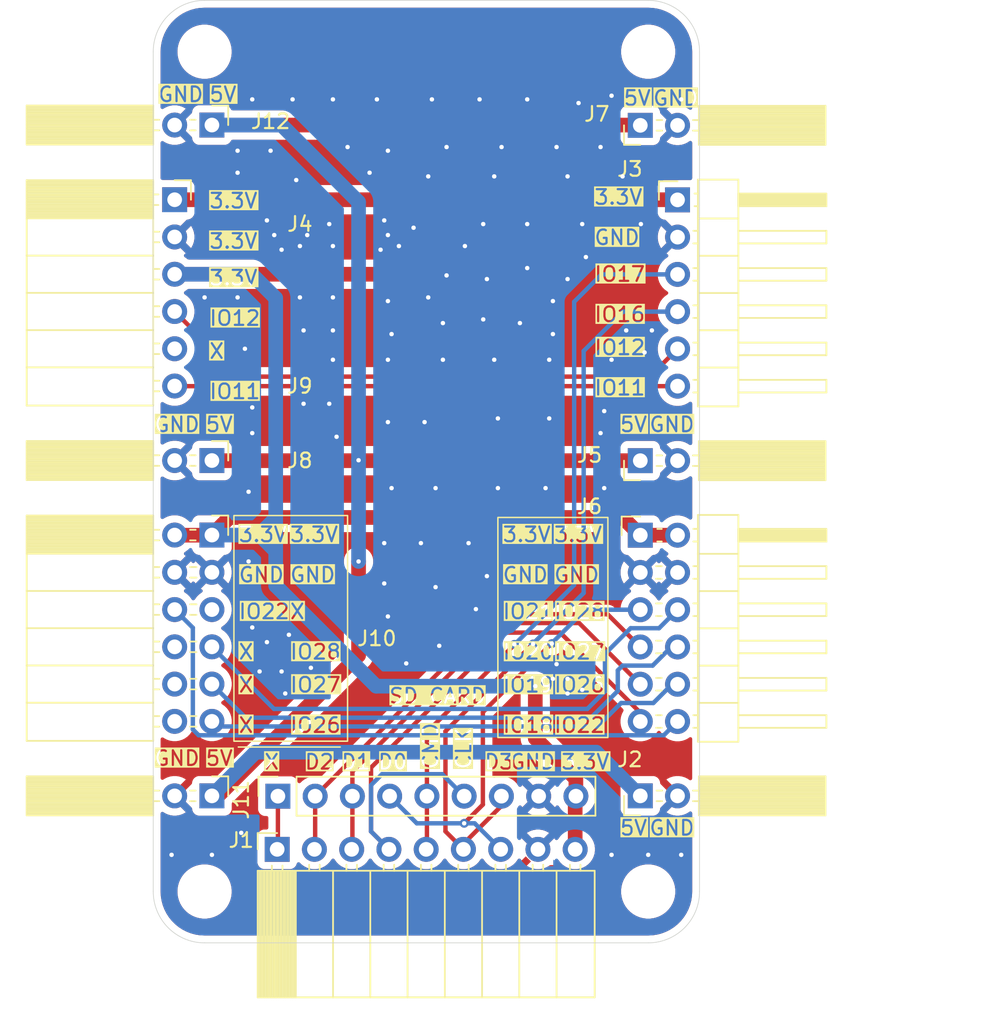
<source format=kicad_pcb>
(kicad_pcb (version 20241229) (generator "pcbnew") (generator_version "9.0")
  (layers (0 "F.Cu" signal) (2 "B.Cu" signal) (13 "F.Paste" user) (15 "B.Paste" user) (5 "F.SilkS" user "F.Silkscreen") (7 "B.SilkS" user "B.Silkscreen") (1 "F.Mask" user) (3 "B.Mask" user) (25 "Edge.Cuts" user))
  (net 0 "")
  (net 1 "unconnected-(J1-Pin_1-Pad1)")
  (net 3 "GND")
  (net 5 "+5V")
  (net 6 "GPIO16")
  (net 7 "GPIO11")
  (net 8 "+3.3V")
  (net 9 "GPIO17")
  (net 10 "GPIO12")
  (net 11 "GPIO22")
  (net 12 "GPIO18")
  (net 13 "GPIO26")
  (net 14 "GPIO27")
  (net 15 "GPIO28")
  (net 16 "GPIO19")
  (net 17 "GPIO20")
  (net 18 "GPIO21")
  (footprint "Connector_PinSocket_2.54mm:PinSocket_2x01_P2.54mm_Horizontal" (layer "F.Cu") (at 157.21 89.88 180)
    (property "Reference" "J5" (at 3.46 0.38 0) (layer "F.SilkS"))
    (property "Value" "Conn_01x02_Socket")
    (pad "1" thru_hole rect (at 0 0 180) (size 1.7 1.7) (drill 1) (layers "*.Cu" "*.Mask") (net 5 "+5V"))
    (pad "2" thru_hole circle (at -2.54 0 180) (size 1.7 1.7) (drill 1) (layers "*.Cu" "*.Mask") (net 3 "GND"))
  )
  (footprint "Connector_PinSocket_2.54mm:PinSocket_1x09_P2.54mm_Vertical" (layer "F.Cu") (at 132.5 112.75 90)
    (property "Reference" "J11" (at -0.25 -2.5 270) (layer "F.SilkS"))
    (property "Value" "Conn_01x09_Socket")
    (pad "1" thru_hole rect (at 0 0 90) (size 1.7 1.7) (drill 1) (layers "*.Cu" "*.Mask") (net 1 "unconnected-(J1-Pin_1-Pad1)"))
    (pad "2" thru_hole circle (at 0 2.54 90) (size 1.7 1.7) (drill 1) (layers "*.Cu" "*.Mask") (net 17 "GPIO20"))
    (pad "3" thru_hole circle (at 0 5.079999 90) (size 1.7 1.7) (drill 1) (layers "*.Cu" "*.Mask") (net 16 "GPIO19"))
    (pad "4" thru_hole circle (at 0 7.62 90) (size 1.7 1.7) (drill 1) (layers "*.Cu" "*.Mask") (net 18 "GPIO21"))
    (pad "5" thru_hole circle (at 0 10.16 90) (size 1.7 1.7) (drill 1) (layers "*.Cu" "*.Mask") (net 9 "GPIO17"))
    (pad "6" thru_hole circle (at 0 12.7 90) (size 1.7 1.7) (drill 1) (layers "*.Cu" "*.Mask") (net 12 "GPIO18"))
    (pad "7" thru_hole circle (at 0 15.24 90) (size 1.7 1.7) (drill 1) (layers "*.Cu" "*.Mask") (net 6 "GPIO16"))
    (pad "8" thru_hole circle (at 0 17.780001 90) (size 1.7 1.7) (drill 1) (layers "*.Cu" "*.Mask") (net 3 "GND"))
    (pad "9" thru_hole circle (at 0 20.32 90) (size 1.7 1.7) (drill 1) (layers "*.Cu" "*.Mask") (net 8 "+3.3V"))
  )
  (footprint "MountingHole:MountingHole_3.2mm_M3" (layer "F.Cu") (at 157.75 62)
    (property "Reference" "REF**" (hide yes))
    (property "Value" "MountingHole_3.2mm_M3" (hide yes))
    (pad "" np_thru_hole circle (at 0 0) (size 3.2 3.2) (drill 3.2) (layers "*.Cu" "*.Mask"))
  )
  (footprint "Connector_PinSocket_2.54mm:PinSocket_1x09_P2.54mm_Horizontal" (layer "F.Cu") (at 132.45 116.375 90)
    (property "Reference" "J1" (at 0.625 -2.45 180) (layer "F.SilkS"))
    (property "Value" "Conn_01x09_Socket")
    (pad "1" thru_hole rect (at 0 0 90) (size 1.7 1.7) (drill 1) (layers "*.Cu" "*.Mask") (net 1 "unconnected-(J1-Pin_1-Pad1)"))
    (pad "2" thru_hole circle (at 0 2.54 90) (size 1.7 1.7) (drill 1) (layers "*.Cu" "*.Mask") (net 17 "GPIO20"))
    (pad "3" thru_hole circle (at 0 5.079999 90) (size 1.7 1.7) (drill 1) (layers "*.Cu" "*.Mask") (net 16 "GPIO19"))
    (pad "4" thru_hole circle (at 0 7.62 90) (size 1.7 1.7) (drill 1) (layers "*.Cu" "*.Mask") (net 12 "GPIO18"))
    (pad "5" thru_hole circle (at 0 10.16 90) (size 1.7 1.7) (drill 1) (layers "*.Cu" "*.Mask") (net 9 "GPIO17"))
    (pad "6" thru_hole circle (at 0 12.7 90) (size 1.7 1.7) (drill 1) (layers "*.Cu" "*.Mask") (net 6 "GPIO16"))
    (pad "7" thru_hole circle (at 0 15.24 90) (size 1.7 1.7) (drill 1) (layers "*.Cu" "*.Mask") (net 18 "GPIO21"))
    (pad "8" thru_hole circle (at 0 17.780001 90) (size 1.7 1.7) (drill 1) (layers "*.Cu" "*.Mask") (net 3 "GND"))
    (pad "9" thru_hole circle (at 0 20.32 90) (size 1.7 1.7) (drill 1) (layers "*.Cu" "*.Mask") (net 8 "+3.3V"))
  )
  (footprint "Connector_PinSocket_2.54mm:PinSocket_2x01_P2.54mm_Horizontal" (layer "F.Cu") (at 128 112.73)
    (property "Reference" "J10" (at 11.25 -10.73 0) (layer "F.SilkS"))
    (property "Value" "Conn_01x02_Socket")
    (pad "1" thru_hole rect (at 0 0) (size 1.7 1.7) (drill 1) (layers "*.Cu" "*.Mask") (net 5 "+5V"))
    (pad "2" thru_hole circle (at -2.54 0) (size 1.7 1.7) (drill 1) (layers "*.Cu" "*.Mask") (net 3 "GND"))
  )
  (footprint "Connector_PinSocket_2.54mm:PinSocket_1x06_P2.54mm_Horizontal" (layer "F.Cu") (at 125.46 72.09)
    (property "Reference" "J4" (at 8.54 1.66 0) (layer "F.SilkS"))
    (property "Value" "Conn_01x06_Socket")
    (pad "1" thru_hole rect (at 0 0) (size 1.7 1.7) (drill 1) (layers "*.Cu" "*.Mask") (net 8 "+3.3V"))
    (pad "2" thru_hole circle (at 0 2.54) (size 1.7 1.7) (drill 1) (layers "*.Cu" "*.Mask") (net 3 "GND"))
    (pad "3" thru_hole circle (at 0 5.079999) (size 1.7 1.7) (drill 1) (layers "*.Cu" "*.Mask") (net 8 "+3.3V"))
    (pad "4" thru_hole circle (at 0 7.62) (size 1.7 1.7) (drill 1) (layers "*.Cu" "*.Mask") (net 10 "GPIO12"))
    (pad "5" thru_hole circle (at 0 10.16) (size 1.7 1.7) (drill 1) (layers "*.Cu" "*.Mask"))
    (pad "6" thru_hole circle (at 0 12.7) (size 1.7 1.7) (drill 1) (layers "*.Cu" "*.Mask") (net 7 "GPIO11"))
  )
  (footprint "MountingHole:MountingHole_3.2mm_M3" (layer "F.Cu") (at 127.5 62)
    (property "Reference" "REF**" (hide yes))
    (property "Value" "MountingHole_3.2mm_M3" (hide yes))
    (pad "" np_thru_hole circle (at 0 0) (size 3.2 3.2) (drill 3.2) (layers "*.Cu" "*.Mask"))
  )
  (footprint "MountingHole:MountingHole_3.2mm_M3" (layer "F.Cu") (at 157.75 119.25)
    (property "Reference" "REF**" (hide yes))
    (property "Value" "MountingHole_3.2mm_M3" (hide yes))
    (pad "" np_thru_hole circle (at 0 0) (size 3.2 3.2) (drill 3.2) (layers "*.Cu" "*.Mask"))
  )
  (footprint "Connector_PinSocket_2.54mm:PinSocket_2x01_P2.54mm_Horizontal" (layer "F.Cu") (at 157.21 67.02 180)
    (property "Reference" "J7" (at 2.96 0.77 0) (layer "F.SilkS"))
    (property "Value" "Conn_01x02_Socket")
    (pad "1" thru_hole rect (at 0 0 180) (size 1.7 1.7) (drill 1) (layers "*.Cu" "*.Mask") (net 5 "+5V"))
    (pad "2" thru_hole circle (at -2.54 0 180) (size 1.7 1.7) (drill 1) (layers "*.Cu" "*.Mask") (net 3 "GND"))
  )
  (footprint "Connector_PinHeader_2.54mm:PinHeader_1x06_P2.54mm_Horizontal" (layer "F.Cu") (at 159.75 72.1)
    (property "Reference" "J3" (at -3.25 -2.1 0) (layer "F.SilkS"))
    (property "Value" "Conn_01x06_Pin")
    (pad "1" thru_hole rect (at 0 0) (size 1.7 1.7) (drill 1) (layers "*.Cu" "*.Mask") (net 8 "+3.3V"))
    (pad "2" thru_hole circle (at 0 2.54) (size 1.7 1.7) (drill 1) (layers "*.Cu" "*.Mask") (net 3 "GND"))
    (pad "3" thru_hole circle (at 0 5.079999) (size 1.7 1.7) (drill 1) (layers "*.Cu" "*.Mask") (net 9 "GPIO17"))
    (pad "4" thru_hole circle (at 0 7.62) (size 1.7 1.7) (drill 1) (layers "*.Cu" "*.Mask") (net 6 "GPIO16"))
    (pad "5" thru_hole circle (at 0 10.16) (size 1.7 1.7) (drill 1) (layers "*.Cu" "*.Mask") (net 10 "GPIO12"))
    (pad "6" thru_hole circle (at 0 12.7) (size 1.7 1.7) (drill 1) (layers "*.Cu" "*.Mask") (net 7 "GPIO11"))
  )
  (footprint "Connector_PinSocket_2.54mm:PinSocket_2x01_P2.54mm_Horizontal" (layer "F.Cu") (at 128 89.87)
    (property "Reference" "J9" (at 6 -5.08 0) (layer "F.SilkS"))
    (property "Value" "Conn_01x02_Socket")
    (pad "1" thru_hole rect (at 0 0) (size 1.7 1.7) (drill 1) (layers "*.Cu" "*.Mask") (net 5 "+5V"))
    (pad "2" thru_hole circle (at -2.54 0) (size 1.7 1.7) (drill 1) (layers "*.Cu" "*.Mask") (net 3 "GND"))
  )
  (footprint "Connector_PinSocket_2.54mm:PinSocket_2x01_P2.54mm_Horizontal" (layer "F.Cu") (at 128 67)
    (property "Reference" "J12" (at 4 -0.25 0) (layer "F.SilkS"))
    (property "Value" "Conn_01x02_Socket")
    (pad "1" thru_hole rect (at 0 0) (size 1.7 1.7) (drill 1) (layers "*.Cu" "*.Mask") (net 5 "+5V"))
    (pad "2" thru_hole circle (at -2.54 0) (size 1.7 1.7) (drill 1) (layers "*.Cu" "*.Mask") (net 3 "GND"))
  )
  (footprint "Connector_PinHeader_2.54mm:PinHeader_2x06_P2.54mm_Horizontal" (layer "F.Cu") (at 157.21 94.960001)
    (property "Reference" "J6" (at -3.46 -1.960001 0) (layer "F.SilkS"))
    (property "Value" "Conn_02x06_Odd_Even")
    (pad "1" thru_hole rect (at 0 0) (size 1.7 1.7) (drill 1) (layers "*.Cu" "*.Mask") (net 8 "+3.3V"))
    (pad "2" thru_hole circle (at 2.54 0) (size 1.7 1.7) (drill 1) (layers "*.Cu" "*.Mask") (net 8 "+3.3V"))
    (pad "3" thru_hole circle (at 0 2.54) (size 1.7 1.7) (drill 1) (layers "*.Cu" "*.Mask") (net 3 "GND"))
    (pad "4" thru_hole circle (at 2.54 2.54) (size 1.7 1.7) (drill 1) (layers "*.Cu" "*.Mask") (net 3 "GND"))
    (pad "5" thru_hole circle (at 0 5.079999) (size 1.7 1.7) (drill 1) (layers "*.Cu" "*.Mask") (net 18 "GPIO21"))
    (pad "6" thru_hole circle (at 2.54 5.08) (size 1.7 1.7) (drill 1) (layers "*.Cu" "*.Mask") (net 15 "GPIO28"))
    (pad "7" thru_hole circle (at 0 7.62) (size 1.7 1.7) (drill 1) (layers "*.Cu" "*.Mask") (net 17 "GPIO20"))
    (pad "8" thru_hole circle (at 2.54 7.62) (size 1.7 1.7) (drill 1) (layers "*.Cu" "*.Mask") (net 14 "GPIO27"))
    (pad "9" thru_hole circle (at 0 10.16) (size 1.7 1.7) (drill 1) (layers "*.Cu" "*.Mask") (net 16 "GPIO19"))
    (pad "10" thru_hole circle (at 2.54 10.16) (size 1.7 1.7) (drill 1) (layers "*.Cu" "*.Mask") (net 13 "GPIO26"))
    (pad "11" thru_hole circle (at 0 12.7) (size 1.7 1.7) (drill 1) (layers "*.Cu" "*.Mask") (net 12 "GPIO18"))
    (pad "12" thru_hole circle (at 2.54 12.7) (size 1.7 1.7) (drill 1) (layers "*.Cu" "*.Mask") (net 11 "GPIO22"))
  )
  (footprint "Connector_PinSocket_2.54mm:PinSocket_2x01_P2.54mm_Horizontal" (layer "F.Cu") (at 157.21 112.73 180)
    (property "Reference" "J2" (at 0.71 2.48 0) (layer "F.SilkS"))
    (property "Value" "Conn_01x02_Socket")
    (pad "1" thru_hole rect (at 0 0 180) (size 1.7 1.7) (drill 1) (layers "*.Cu" "*.Mask") (net 5 "+5V"))
    (pad "2" thru_hole circle (at -2.54 0 180) (size 1.7 1.7) (drill 1) (layers "*.Cu" "*.Mask") (net 3 "GND"))
  )
  (footprint "MountingHole:MountingHole_3.2mm_M3" (layer "F.Cu") (at 127.5 119.25)
    (property "Reference" "REF**" (hide yes))
    (property "Value" "MountingHole_3.2mm_M3" (hide yes))
    (pad "" np_thru_hole circle (at 0 0) (size 3.2 3.2) (drill 3.2) (layers "*.Cu" "*.Mask"))
  )
  (footprint "Connector_PinSocket_2.54mm:PinSocket_2x06_P2.54mm_Horizontal" (layer "F.Cu") (at 128 94.95)
    (property "Reference" "J8" (at 6 -5.08 0) (layer "F.SilkS"))
    (property "Value" "Conn_02x06_Odd_Even")
    (pad "1" thru_hole rect (at 0 0) (size 1.7 1.7) (drill 1) (layers "*.Cu" "*.Mask") (net 8 "+3.3V"))
    (pad "2" thru_hole circle (at -2.54 0) (size 1.7 1.7) (drill 1) (layers "*.Cu" "*.Mask") (net 8 "+3.3V"))
    (pad "3" thru_hole circle (at 0 2.54) (size 1.7 1.7) (drill 1) (layers "*.Cu" "*.Mask") (net 3 "GND"))
    (pad "4" thru_hole circle (at -2.54 2.54) (size 1.7 1.7) (drill 1) (layers "*.Cu" "*.Mask") (net 3 "GND"))
    (pad "5" thru_hole circle (at 0 5.08) (size 1.7 1.7) (drill 1) (layers "*.Cu" "*.Mask"))
    (pad "6" thru_hole circle (at -2.54 5.08) (size 1.7 1.7) (drill 1) (layers "*.Cu" "*.Mask") (net 11 "GPIO22"))
    (pad "7" thru_hole circle (at 0 7.62) (size 1.7 1.7) (drill 1) (layers "*.Cu" "*.Mask") (net 15 "GPIO28"))
    (pad "8" thru_hole circle (at -2.54 7.62) (size 1.7 1.7) (drill 1) (layers "*.Cu" "*.Mask"))
    (pad "9" thru_hole circle (at 0 10.16) (size 1.7 1.7) (drill 1) (layers "*.Cu" "*.Mask") (net 14 "GPIO27"))
    (pad "10" thru_hole circle (at -2.54 10.16) (size 1.7 1.7) (drill 1) (layers "*.Cu" "*.Mask"))
    (pad "11" thru_hole circle (at 0 12.7) (size 1.7 1.7) (drill 1) (layers "*.Cu" "*.Mask") (net 13 "GPIO26"))
    (pad "12" thru_hole circle (at -2.54 12.7) (size 1.7 1.7) (drill 1) (layers "*.Cu" "*.Mask"))
  )
  (gr_rect (start 129.5 93.62) (end 137.25 109) (stroke (width 0.1)) (fill no) (layer "F.SilkS"))
  (gr_rect (start 147.5 93.75) (end 155 108.75) (stroke (width 0.1)) (fill no) (layer "F.SilkS"))
  (gr_line (start 129.8 109.4) (end 136.75 109.4) (stroke (width 0.1)) (layer "F.SilkS"))
  (gr_line (start 161.25 62) (end 161.25 119.25) (stroke (width 0.05)) (layer "Edge.Cuts"))
  (gr_arc (start 157.75 58.5) (mid 160.224874 59.525126) (end 161.25 62) (stroke (width 0.05)) (layer "Edge.Cuts"))
  (gr_line (start 127.5 58.5) (end 157.75 58.5) (stroke (width 0.05)) (layer "Edge.Cuts"))
  (gr_arc (start 127.5 122.75) (mid 125.025126 121.724874) (end 124 119.25) (stroke (width 0.05)) (layer "Edge.Cuts"))
  (gr_arc (start 124 62) (mid 125.025126 59.525126) (end 127.5 58.5) (stroke (width 0.05)) (layer "Edge.Cuts"))
  (gr_line (start 157.75 122.75) (end 127.5 122.75) (stroke (width 0.05)) (layer "Edge.Cuts"))
  (gr_line (start 124 119.25) (end 124 62) (stroke (width 0.05)) (layer "Edge.Cuts"))
  (gr_arc (start 161.25 119.25) (mid 160.224874 121.724874) (end 157.75 122.75) (stroke (width 0.05)) (layer "Edge.Cuts"))
  (gr_text "3.3V" (at 133.25 95.5 0) (layer "F.SilkS" knockout) (effects (font (size 1 1)) (justify left bottom)))
  (gr_text "IO19" (at 147.75 105.75 0) (layer "F.SilkS" knockout) (effects (font (size 1 1)) (justify left bottom)))
  (gr_text "CLK" (at 145.75 111 90) (layer "F.SilkS" knockout) (effects (font (size 1 1)) (justify left bottom)))
  (gr_text "GND" (at 124.25 65.5 0) (layer "F.SilkS" knockout) (effects (font (size 1 1)) (justify left bottom)))
  (gr_text "GND" (at 129.75 98.25 0) (layer "F.SilkS" knockout) (effects (font (size 1 1)) (justify left bottom)))
  (gr_text "IO12" (at 127.75 80.75 0) (layer "F.SilkS" knockout) (effects (font (size 1 1)) (justify left bottom)))
  (gr_text "3.3V" (at 127.75 72.75 0) (layer "F.SilkS" knockout) (effects (font (size 1 1)) (justify left bottom)))
  (gr_text "GND" (at 124 88 0) (layer "F.SilkS" knockout) (effects (font (size 1 1)) (justify left bottom)))
  (gr_text "D2" (at 134.25 111 0) (layer "F.SilkS" knockout) (effects (font (size 1 1)) (justify left bottom)))
  (gr_text "IO22" (at 129.75 100.75 0) (layer "F.SilkS" knockout) (effects (font (size 1 1)) (justify left bottom)))
  (gr_text "IO28" (at 151.25 100.75 0) (layer "F.SilkS" knockout) (effects (font (size 1 1)) (justify left bottom)))
  (gr_text "IO21" (at 147.75 100.75 0) (layer "F.SilkS" knockout) (effects (font (size 1 1)) (justify left bottom)))
  (gr_text "IO26" (at 151.25 105.75 0) (layer "F.SilkS" knockout) (effects (font (size 1 1)) (justify left bottom)))
  (gr_text "D3" (at 146.5 111 0) (layer "F.SilkS" knockout) (effects (font (size 1 1)) (justify left bottom)))
  (gr_text "IO11" (at 154 85.5 0) (layer "F.SilkS" knockout) (effects (font (size 1 1)) (justify left bottom)))
  (gr_text "5V" (at 127.5 110.75 0) (layer "F.SilkS" knockout) (effects (font (size 1 1)) (justify left bottom)))
  (gr_text "X" (at 129.75 105.75 0) (layer "F.SilkS" knockout) (effects (font (size 1 1)) (justify left bottom)))
  (gr_text "CMD" (at 143.5 111 90) (layer "F.SilkS" knockout) (effects (font (size 1 1)) (justify left bottom)))
  (gr_text "X" (at 131.5 111 0) (layer "F.SilkS" knockout) (effects (font (size 1 1)) (justify left bottom)))
  (gr_text "IO11" (at 127.75 85.75 0) (layer "F.SilkS" knockout) (effects (font (size 1 1)) (justify left bottom)))
  (gr_text "GND" (at 124 110.75 0) (layer "F.SilkS" knockout) (effects (font (size 1 1)) (justify left bottom)))
  (gr_text "3.3V" (at 127.75 75.5 0) (layer "F.SilkS" knockout) (effects (font (size 1 1)) (justify left bottom)))
  (gr_text "3.3V" (at 154 72.5 0) (layer "F.SilkS" knockout) (effects (font (size 1 1)) (justify left bottom)))
  (gr_text "5V" (at 155.75 88 0) (layer "F.SilkS" knockout) (effects (font (size 1 1)) (justify left bottom)))
  (gr_text "GND" (at 158 65.75 0) (layer "F.SilkS" knockout) (effects (font (size 1 1)) (justify left bottom)))
  (gr_text "GND" (at 151.25 98.25 0) (layer "F.SilkS" knockout) (effects (font (size 1 1)) (justify left bottom)))
  (gr_text "D1" (at 136.75 111 0) (layer "F.SilkS" knockout) (effects (font (size 1 1)) (justify left bottom)))
  (gr_text "3.3V" (at 151.25 95.5 0) (layer "F.SilkS" knockout) (effects (font (size 1 1)) (justify left bottom)))
  (gr_text "GND" (at 133.25 98.25 0) (layer "F.SilkS" knockout) (effects (font (size 1 1)) (justify left bottom)))
  (gr_text "IO26" (at 133.25 108.5 0) (layer "F.SilkS" knockout) (effects (font (size 1 1)) (justify left bottom)))
  (gr_text "GND" (at 148.25 111 0) (layer "F.SilkS" knockout) (effects (font (size 1 1)) (justify left bottom)))
  (gr_text "GND" (at 157.75 115.5 0) (layer "F.SilkS" knockout) (effects (font (size 1 1)) (justify left bottom)))
  (gr_text "IO27" (at 133.25 105.75 0) (layer "F.SilkS" knockout) (effects (font (size 1 1)) (justify left bottom)))
  (gr_text "X" (at 133.25 100.75 0) (layer "F.SilkS" knockout) (effects (font (size 1 1)) (justify left bottom)))
  (gr_text "X" (at 129.75 103.5 0) (layer "F.SilkS" knockout) (effects (font (size 1 1)) (justify left bottom)))
  (gr_text "SD CARD" (at 140 106.5 0) (layer "F.SilkS" knockout) (effects (font (size 1 1)) (justify left bottom)))
  (gr_text "5V" (at 156 65.75 0) (layer "F.SilkS" knockout) (effects (font (size 1 1)) (justify left bottom)))
  (gr_text "IO22" (at 151.25 108.5 0) (layer "F.SilkS" knockout) (effects (font (size 1 1)) (justify left bottom)))
  (gr_text "X" (at 129.75 108.5 0) (layer "F.SilkS" knockout) (effects (font (size 1 1)) (justify left bottom)))
  (gr_text "X" (at 127.75 83 0) (layer "F.SilkS" knockout) (effects (font (size 1 1)) (justify left bottom)))
  (gr_text "D0" (at 139.25 111 0) (layer "F.SilkS" knockout) (effects (font (size 1 1)) (justify left bottom)))
  (gr_text "GND" (at 147.75 98.25 0) (layer "F.SilkS" knockout) (effects (font (size 1 1)) (justify left bottom)))
  (gr_text "5V" (at 127.75 65.5 0) (layer "F.SilkS" knockout) (effects (font (size 1 1)) (justify left bottom)))
  (gr_text "IO27" (at 151.25 103.5 0) (layer "F.SilkS" knockout) (effects (font (size 1 1)) (justify left bottom)))
  (gr_text "IO12" (at 154 82.75 0) (layer "F.SilkS" knockout) (effects (font (size 1 1)) (justify left bottom)))
  (gr_text "5V" (at 127.5 88 0) (layer "F.SilkS" knockout) (effects (font (size 1 1)) (justify left bottom)))
  (gr_text "IO17" (at 154 77.75 0) (layer "F.SilkS" knockout) (effects (font (size 1 1)) (justify left bottom)))
  (gr_text "GND" (at 157.75 88 0) (layer "F.SilkS" knockout) (effects (font (size 1 1)) (justify left bottom)))
  (gr_text "IO18" (at 147.75 108.5 0) (layer "F.SilkS" knockout) (effects (font (size 1 1)) (justify left bottom)))
  (gr_text "5V" (at 155.75 115.5 0) (layer "F.SilkS" knockout) (effects (font (size 1 1)) (justify left bottom)))
  (gr_text "3.3V\n" (at 151.75 111 0) (layer "F.SilkS" knockout) (effects (font (size 1 1)) (justify left bottom)))
  (gr_text "GND" (at 154 75.25 0) (layer "F.SilkS" knockout) (effects (font (size 1 1)) (justify left bottom)))
  (gr_text "IO16" (at 154 80.5 0) (layer "F.SilkS" knockout) (effects (font (size 1 1)) (justify left bottom)))
  (gr_text "3.3V" (at 129.75 95.5 0) (layer "F.SilkS" knockout) (effects (font (size 1 1)) (justify left bottom)))
  (gr_text "IO28" (at 133.25 103.5 0) (layer "F.SilkS" knockout) (effects (font (size 1 1)) (justify left bottom)))
  (gr_text "IO20" (at 147.75 103.5 0) (layer "F.SilkS" knockout) (effects (font (size 1 1)) (justify left bottom)))
  (gr_text "3.3V" (at 147.75 95.5 0) (layer "F.SilkS" knockout) (effects (font (size 1 1)) (justify left bottom)))
  (gr_text "3.3V" (at 127.75 78 0) (layer "F.SilkS" knockout) (effects (font (size 1 1)) (justify left bottom)))
  (segment (start 132.5 116.325) (end 132.45 116.375) (width 0.3) (layer "F.Cu") (net 1))
  (segment (start 132.5 112.75) (end 132.5 116.325) (width 0.3) (layer "F.Cu") (net 1))
  (via (at 146.5 73.75) (size 0.6) (drill 0.3) (layers "F.Cu" "B.Cu") (net 3))
  (via (at 128 116.75) (size 0.6) (drill 0.3) (layers "F.Cu" "B.Cu") (net 3))
  (via (at 151.25 81.25) (size 0.6) (drill 0.3) (layers "F.Cu" "B.Cu") (net 3))
  (via (at 145.25 75.25) (size 0.6) (drill 0.3) (layers "F.Cu" "B.Cu") (net 3))
  (via (at 131.25 104.25) (size 0.6) (drill 0.3) (layers "F.Cu" "B.Cu") (net 3))
  (via (at 134 75.25) (size 0.6) (drill 0.3) (layers "F.Cu" "B.Cu") (net 3))
  (via (at 129.75 70.25) (size 0.6) (drill 0.3) (layers "F.Cu" "B.Cu") (net 3))
  (via (at 127.5 78.75) (size 0.6) (drill 0.3) (layers "F.Cu" "B.Cu") (net 3))
  (via (at 143.25 98.5) (size 0.6) (drill 0.3) (layers "F.Cu" "B.Cu") (net 3))
  (via (at 152.25 70.5) (size 0.6) (drill 0.3) (layers "F.Cu" "B.Cu") (net 3))
  (via (at 157.25 73.75) (size 0.6) (drill 0.3) (layers "F.Cu" "B.Cu") (net 3))
  (via (at 151.5 68.5) (size 0.6) (drill 0.3) (layers "F.Cu" "B.Cu") (net 3))
  (via (at 136.25 83) (size 0.6) (drill 0.3) (layers "F.Cu" "B.Cu") (net 3))
  (via (at 132.25 74.5) (size 0.6) (drill 0.3) (layers "F.Cu" "B.Cu") (net 3))
  (via (at 133.25 101.75) (size 0.6) (drill 0.3) (layers "F.Cu" "B.Cu") (net 3))
  (via (at 151.5 103.75) (size 0.6) (drill 0.3) (layers "F.Cu" "B.Cu") (net 3))
  (via (at 149.5 65.25) (size 0.6) (drill 0.3) (layers "F.Cu" "B.Cu") (net 3))
  (via (at 130.5 96.75) (size 0.6) (drill 0.3) (layers "F.Cu" "B.Cu") (net 3))
  (via (at 130.5 92) (size 0.6) (drill 0.3) (layers "F.Cu" "B.Cu") (net 3))
  (via (at 140 74.5) (size 0.6) (drill 0.3) (layers "F.Cu" "B.Cu") (net 3))
  (via (at 149 80.5) (size 0.6) (drill 0.3) (layers "F.Cu" "B.Cu") (net 3))
  (via (at 150.75 91.75) (size 0.6) (drill 0.3) (layers "F.Cu" "B.Cu") (net 3))
  (via (at 157.5 82.5) (size 0.6) (drill 0.3) (layers "F.Cu" "B.Cu") (net 3))
  (via (at 153.5 76) (size 0.6) (drill 0.3) (layers "F.Cu" "B.Cu") (net 3))
  (via (at 154.5 88) (size 0.6) (drill 0.3) (layers "F.Cu" "B.Cu") (net 3))
  (via (at 134.25 81) (size 0.6) (drill 0.3) (layers "F.Cu" "B.Cu") (net 3))
  (via (at 153.25 73.75) (size 0.6) (drill 0.3) (layers "F.Cu" "B.Cu") (net 3))
  (via (at 143 65.25) (size 0.6) (drill 0.3) (layers "F.Cu" "B.Cu") (net 3))
  (via (at 153 65.5) (size 0.6) (drill 0.3) (layers "F.Cu" "B.Cu") (net 3))
  (via (at 130.25 82.25) (size 0.6) (drill 0.3) (layers "F.Cu" "B.Cu") (net 3))
  (via (at 138.75 70.25) (size 0.6) (drill 0.3) (layers "F.Cu" "B.Cu") (net 3))
  (via (at 142.25 95.5) (size 0.6) (drill 0.3) (layers "F.Cu" "B.Cu") (net 3))
  (via (at 149.5 76.75) (size 0.6) (drill 0.3) (layers "F.Cu" "B.Cu") (net 3))
  (via (at 152.25 105.75) (size 0.6) (drill 0.3) (layers "F.Cu" "B.Cu") (net 3))
  (via (at 155.25 116.75) (size 0.6) (drill 0.3) (layers "F.Cu" "B.Cu") (net 3))
  (via (at 157.75 116.75) (size 0.6) (drill 0.3) (layers "F.Cu" "B.Cu") (net 3))
  (via (at 136.25 81) (size 0.6) (drill 0.3) (layers "F.Cu" "B.Cu") (net 3))
  (via (at 155.25 83) (size 0.6) (drill 0.3) (layers "F.Cu" "B.Cu") (net 3))
  (via (at 136.25 65.25) (size 0.6) (drill 0.3) (layers "F.Cu" "B.Cu") (net 3))
  (via (at 146.75 77.5) (size 0.6) (drill 0.3) (layers "F.Cu" "B.Cu") (net 3))
  (via (at 140.75 75.25) (size 0.6) (drill 0.3) (layers "F.Cu" "B.Cu") (net 3))
  (via (at 143.25 91.75) (size 0.6) (drill 0.3) (layers "F.Cu" "B.Cu") (net 3))
  (via (at 133.5 65.25) (size 0.6) (drill 0.3) (layers "F.Cu" "B.Cu") (net 3))
  (via (at 134.75 104) (size 0.6) (drill 0.3) (layers "F.Cu" "B.Cu") (net 3))
  (via (at 152.25 77.5) (size 0.6) (drill 0.3) (layers "F.Cu" "B.Cu") (net 3))
  (via (at 134.25 86) (size 0.6) (drill 0.3) (layers "F.Cu" "B.Cu") (net 3))
  (via (at 129.75 68.75) (size 0.6) (drill 0.3) (layers "F.Cu" "B.Cu") (net 3))
  (via (at 136 86) (size 0.6) (drill 0.3) (layers "F.Cu" "B.Cu") (net 3))
  (via (at 130.75 86.25) (size 0.6) (drill 0.3) (layers "F.Cu" "B.Cu") (net 3))
  (via (at 130.75 65.25) (size 0.6) (drill 0.3) (layers "F.Cu" "B.Cu") (net 3))
  (via (at 151.25 104.75) (size 0.6) (drill 0.3) (layers "F.Cu" "B.Cu") (net 3))
  (via (at 136 73.75) (size 0.6) (drill 0.3) (layers "F.Cu" "B.Cu") (net 3))
  (via (at 145.5 95.5) (size 0.6) (drill 0.3) (layers "F.Cu" "B.Cu") (net 3))
  (via (at 139.75 73.5) (size 0.6) (drill 0.3) (layers "F.Cu" "B.Cu") (net 3))
  (via (at 142.75 70.5) (size 0.6) (drill 0.3) (layers "F.Cu" "B.Cu") (net 3))
  (via (at 131.75 102.25) (size 0.6) (drill 0.3) (layers "F.Cu" "B.Cu") (net 3))
  (via (at 155.25 65) (size 0.6) (drill 0.3) (layers "F.Cu" "B.Cu") (net 3))
  (via (at 131.75 73.5) (size 0.6) (drill 0.3) (layers "F.Cu" "B.Cu") (net 3))
  (via (at 146 100) (size 0.6) (drill 0.3) (layers "F.Cu" "B.Cu") (net 3))
  (via (at 143.5 102.5) (size 0.6) (drill 0.3) (layers "F.Cu" "B.Cu") (net 3))
  (via (at 147.25 70.5) (size 0.6) (drill 0.3) (layers "F.Cu" "B.Cu") (net 3))
  (via (at 132.75 104.25) (size 0.6) (drill 0.3) (layers "F.Cu" "B.Cu") (net 3))
  (via (at 140 79) (size 0.6) (drill 0.3) (layers "F.Cu" "B.Cu") (net 3))
  (via (at 139.75 95.5) (size 0.6) (drill 0.3) (layers "F.Cu" "B.Cu") (net 3))
  (via (at 139.5 75.5) (size 0.6) (drill 0.3) (layers "F.Cu" "B.Cu") (net 3))
  (via (at 137.25 68.5) (size 0.6) (drill 0.3) (layers "F.Cu" "B.Cu") (net 3))
  (via (at 156.25 81) (size 0.6) (drill 0.3) (layers "F.Cu" "B.Cu") (net 3))
  (via (at 130.75 88) (size 0.6) (drill 0.3) (layers "F.Cu" "B.Cu") (net 3))
  (via (at 132.75 75.5) (size 0.6) (drill 0.3) (layers "F.Cu" "B.Cu") (net 3))
  (via (at 140 68.75) (size 0.6) (drill 0.3) (layers "F.Cu" "B.Cu") (net 3))
  (via (at 153.25 105.5) (size 0.6) (drill 0.3) (layers "F.Cu" "B.Cu") (net 3))
  (via (at 139.75 98.25) (size 0.6) (drill 0.3) (layers "F.Cu" "B.Cu") (net 3))
  (via (at 154.75 91.75) (size 0.6) (drill 0.3) (layers "F.Cu" "B.Cu") (net 3))
  (via (at 151.25 79) (size 0.6) (drill 0.3) (layers "F.Cu" "B.Cu") (net 3))
  (via (at 143.75 83) (size 0.6) (drill 0.3) (layers "F.Cu" "B.Cu") (net 3))
  (via (at 154.5 68.5) (size 0.6) (drill 0.3) (layers "F.Cu" "B.Cu") (net 3))
  (via (at 129.75 78.75) (size 0.6) (drill 0.3) (layers "F.Cu" "B.Cu") (net 3))
  (via (at 154.75 86.5) (size 0.6) (drill 0.3) (layers "F.Cu" "B.Cu") (net 3))
  (via (at 134.5 74.5) (size 0.6) (drill 0.3) (layers "F.Cu" "B.Cu") (net 3))
  (via (at 141.75 74) (size 0.6) (drill 0.3) (layers "F.Cu" "B.Cu") (net 3))
  (via (at 151 87) (size 0.6) (drill 0.3) (layers "F.Cu" "B.Cu") (net 3))
  (via (at 146.75 97.75) (size 0.6) (drill 0.3) (layers "F.Cu" "B.Cu") (net 3))
  (via (at 160 116.75) (size 0.6) (drill 0.3) (layers "F.Cu" "B.Cu") (net 3))
  (via (at 140.25 81.25) (size 0.6) (drill 0.3) (layers "F.Cu" "B.Cu") (net 3))
  (via (at 130 115.25) (size 0.6) (drill 0.3) (layers "F.Cu" "B.Cu") (net 3))
  (via (at 140 87.25) (size 0.6) (drill 0.3) (layers "F.Cu" "B.Cu") (net 3))
  (via (at 133.75 70.75) (size 0.6) (drill 0.3) (layers "F.Cu" "B.Cu") (net 3))
  (via (at 141.25 103.7) (size 0.6) (drill 0.3) (layers "F.Cu" "B.Cu") (net 3))
  (via (at 147.5 87) (size 0.6) (drill 0.3) (layers "F.Cu" "B.Cu") (net 3))
  (via (at 136.25 78.75) (size 0.6) (drill 0.3) (layers "F.Cu" "B.Cu") (net 3))
  (via (at 158 81) (size 0.6) (drill 0.3) (layers "F.Cu" "B.Cu") (net 3))
  (via (at 142.5 87.25) (size 0.6) (drill 0.3) (layers "F.Cu" "B.Cu") (net 3))
  (via (at 143.75 80.5) (size 0.6) (drill 0.3) (layers "F.Cu" "B.Cu") (net 3))
  (via (at 140 83) (size 0.6) (drill 0.3) (layers "F.Cu" "B.Cu") (net 3))
  (via (at 142.75 78.75) (size 0.6) (drill 0.3) (layers "F.Cu" "B.Cu") (net 3))
  (via (at 140 100.5) (size 0.6) (drill 0.3) (layers "F.Cu" "B.Cu") (net 3))
  (via (at 140.25 91.75) (size 0.6) (drill 0.3) (layers "F.Cu" "B.Cu") (net 3))
  (via (at 160 65.25) (size 0.6) (drill 0.3) (layers "F.Cu" "B.Cu") (net 3))
  (via (at 133 105.75) (size 0.6) (drill 0.3) (layers "F.Cu" "B.Cu") (net 3))
  (via (at 156 70.5) (size 0.6) (drill 0.3) (layers "F.Cu" "B.Cu") (net 3))
  (via (at 132 68.75) (size 0.6) (drill 0.3) (layers "F.Cu" "B.Cu") (net 3))
  (via (at 136.25 75.25) (size 0.6) (drill 0.3) (layers "F.Cu" "B.Cu") (net 3))
  (via (at 139.25 65.25) (size 0.6) (drill 0.3) (layers "F.Cu" "B.Cu") (net 3))
  (via (at 152.25 104.75) (size 0.6) (drill 0.3) (layers "F.Cu" "B.Cu") (net 3))
  (via (at 151 83) (size 0.6) (drill 0.3) (layers "F.Cu" "B.Cu") (net 3))
  (via (at 144 68.5) (size 0.6) (drill 0.3) (layers "F.Cu" "B.Cu") (net 3))
  (via (at 146.25 65.25) (size 0.6) (drill 0.3) (layers "F.Cu" "B.Cu") (net 3))
  (via (at 125.25 116.75) (size 0.6) (drill 0.3) (layers "F.Cu" "B.Cu") (net 3))
  (via (at 136.5 88.25) (size 0.6) (drill 0.3) (layers "F.Cu" "B.Cu") (net 3))
  (via (at 147.5 91.75) (size 0.6) (drill 0.3) (layers "F.Cu" "B.Cu") (net 3))
  (via (at 147.25 83) (size 0.6) (drill 0.3) (layers "F.Cu" "B.Cu") (net 3))
  (via (at 149.5 73.75) (size 0.6) (drill 0.3) (layers "F.Cu" "B.Cu") (net 3))
  (via (at 134 78.75) (size 0.6) (drill 0.3) (layers "F.Cu" "B.Cu") (net 3))
  (via (at 130.75 101.25) (size 0.6) (drill 0.3) (layers "F.Cu" "B.Cu") (net 3))
  (via (at 146.5 80.25) (size 0.6) (drill 0.3) (layers "F.Cu" "B.Cu") (net 3))
  (via (at 147.75 68.5) (size 0.6) (drill 0.3) (layers "F.Cu" "B.Cu") (net 3))
  (via (at 144 77.25) (size 0.6) (drill 0.3) (layers "F.Cu" "B.Cu") (net 3))
  (segment (start 157.21 89.88) (end 128.01 89.88) (width 1) (layer "F.Cu") (net 5))
  (segment (start 157.19 67) (end 157.21 67.02) (width 0.3) (layer "F.Cu") (net 5))
  (segment (start 128 112.73) (end 128.42 112.73) (width 1) (layer "F.Cu") (net 5))
  (segment (start 128.01 89.88) (end 128 89.87) (width 0.3) (layer "F.Cu") (net 5))
  (segment (start 132.85 108.3) (end 138 103.15) (width 1) (layer "F.Cu") (net 5))
  (segment (start 128.42 112.73) (end 132.85 108.3) (width 1) (layer "F.Cu") (net 5))
  (segment (start 128 67) (end 157.19 67) (width 1) (layer "F.Cu") (net 5))
  (segment (start 138 103.15) (end 138 96.75) (width 1) (layer "F.Cu") (net 5))
  (via (at 138 89.85) (size 0.6) (drill 0.3) (layers "F.Cu" "B.Cu") (net 5))
  (via (at 138 96.75) (size 0.6) (drill 0.3) (layers "F.Cu" "B.Cu") (net 5))
  (segment (start 138 96.75) (end 138 89.85) (width 1) (layer "B.Cu") (net 5))
  (segment (start 138 72.25) (end 132.75 67) (width 1) (layer "B.Cu") (net 5))
  (segment (start 157.21 112.73) (end 157.18 112.73) (width 1) (layer "B.Cu") (net 5))
  (segment (start 157.18 112.73) (end 154.2 109.75) (width 1) (layer "B.Cu") (net 5))
  (segment (start 138 89.85) (end 138 72.25) (width 1) (layer "B.Cu") (net 5))
  (segment (start 130.98 109.75) (end 128 112.73) (width 1) (layer "B.Cu") (net 5))
  (segment (start 132.75 67) (end 128 67) (width 1) (layer "B.Cu") (net 5))
  (segment (start 154.2 109.75) (end 130.98 109.75) (width 1) (layer "B.Cu") (net 5))
  (segment (start 145.15 116.375) (end 145.15 116) (width 0.3) (layer "F.Cu") (net 6))
  (segment (start 149.9 102.375) (end 149.875 102.375) (width 0.3) (layer "F.Cu") (net 6))
  (segment (start 145.2 116.325) (end 145.15 116.375) (width 0.3) (layer "F.Cu") (net 6))
  (segment (start 145.15 116) (end 147.74 113.41) (width 0.3) (layer "F.Cu") (net 6))
  (segment (start 143.925 108.325) (end 143.925 115.15) (width 0.3) (layer "F.Cu") (net 6))
  (segment (start 143.925 115.15) (end 145.15 116.375) (width 0.3) (layer "F.Cu") (net 6))
  (segment (start 149.875 102.375) (end 143.925 108.325) (width 0.3) (layer "F.Cu") (net 6))
  (segment (start 147.74 113.41) (end 147.74 112.75) (width 0.3) (layer "F.Cu") (net 6))
  (via (at 149.9 102.375) (size 0.6) (drill 0.3) (layers "F.Cu" "B.Cu") (net 6))
  (segment (start 153.35 98.9) (end 153.35 82.4) (width 0.3) (layer "B.Cu") (net 6))
  (segment (start 149.9 102.35) (end 153.35 98.9) (width 0.3) (layer "B.Cu") (net 6))
  (segment (start 156.03 79.72) (end 159.75 79.72) (width 0.3) (layer "B.Cu") (net 6))
  (segment (start 153.35 82.4) (end 156.03 79.72) (width 0.3) (layer "B.Cu") (net 6))
  (segment (start 149.9 102.375) (end 149.9 102.35) (width 0.3) (layer "B.Cu") (net 6))
  (segment (start 159.75 84.8) (end 125.47 84.8) (width 0.3) (layer "F.Cu") (net 7))
  (segment (start 125.47 84.8) (end 125.46 84.79) (width 0.3) (layer "F.Cu") (net 7))
  (segment (start 152.77 112.8) (end 152.82 112.75) (width 0.3) (layer "F.Cu") (net 8))
  (segment (start 145.1 72.09) (end 159.74 72.09) (width 1) (layer "F.Cu") (net 8))
  (segment (start 143.4 73.59) (end 141.9 72.09) (width 1) (layer "F.Cu") (net 8))
  (segment (start 125.46 77.169999) (end 141.580001 77.169999) (width 1) (layer "F.Cu") (net 8))
  (segment (start 157.21 94.960001) (end 155.999999 93.75) (width 1) (layer "F.Cu") (net 8))
  (segment (start 152.82 111.57) (end 152.82 112.75) (width 1) (layer "F.Cu") (net 8))
  (segment (start 125.470001 94.960001) (end 125.46 94.95) (width 0.3) (layer "F.Cu") (net 8))
  (segment (start 125.46 72.09) (end 141.9 72.09) (width 1) (layer "F.Cu") (net 8))
  (segment (start 143.4 72.14) (end 143.45 72.09) (width 1) (layer "F.Cu") (net 8))
  (segment (start 143.59 73.6) (end 145.1 72.09) (width 1) (layer "F.Cu") (net 8))
  (segment (start 155.999999 93.75) (end 129.2 93.75) (width 1) (layer "F.Cu") (net 8))
  (segment (start 159.74 72.09) (end 159.75 72.1) (width 1) (layer "F.Cu") (net 8))
  (segment (start 143.4 75.35) (end 143.4 73.6) (width 1) (layer "F.Cu") (net 8))
  (segment (start 143.4 73.6) (end 143.4 72.14) (width 1) (layer "F.Cu") (net 8))
  (segment (start 143.4 73.6) (end 143.4 73.59) (width 1) (layer "F.Cu") (net 8))
  (segment (start 152.77 116.375) (end 152.77 112.8) (width 1) (layer "F.Cu") (net 8))
  (segment (start 150.05 108.8) (end 152.82 111.57) (width 1) (layer "F.Cu") (net 8))
  (segment (start 141.9 72.09) (end 143.45 72.09) (width 1) (layer "F.Cu") (net 8))
  (segment (start 141.580001 77.169999) (end 143.4 75.35) (width 1) (layer "F.Cu") (net 8))
  (segment (start 150.05 105.25) (end 150.05 108.8) (width 1) (layer "F.Cu") (net 8))
  (segment (start 143.4 73.6) (end 143.59 73.6) (width 1) (layer "F.Cu") (net 8))
  (segment (start 159.75 94.960001) (end 157.21 94.960001) (width 1) (layer "F.Cu") (net 8))
  (segment (start 129.2 93.75) (end 127.989999 94.960001) (width 1) (layer "F.Cu") (net 8))
  (segment (start 127.989999 94.960001) (end 125.470001 94.960001) (width 1) (layer "F.Cu") (net 8))
  (segment (start 143.45 72.09) (end 145.1 72.09) (width 1) (layer "F.Cu") (net 8))
  (via (at 150.05 105.25) (size 0.6) (drill 0.3) (layers "F.Cu" "B.Cu") (net 8))
  (segment (start 130.719999 77.169999) (end 125.46 77.169999) (width 1) (layer "B.Cu") (net 8))
  (segment (start 150.05 105.25) (end 139.2 105.25) (width 1) (layer "B.Cu") (net 8))
  (segment (start 132.35 93.8) (end 132.35 93.65) (width 1) (layer "B.Cu") (net 8))
  (segment (start 132.35 96.05) (end 132.35 94.95) (width 1) (layer "B.Cu") (net 8))
  (segment (start 132.35 94.95) (end 132.35 93.65) (width 1) (layer "B.Cu") (net 8))
  (segment (start 132.35 78.8) (end 130.719999 77.169999) (width 1) (layer "B.Cu") (net 8))
  (segment (start 139.2 105.25) (end 132.35 98.4) (width 1) (layer "B.Cu") (net 8))
  (segment (start 131.2 94.95) (end 131.25 94.95) (width 1) (layer "B.Cu") (net 8))
  (segment (start 132.35 94.95) (end 131.2 94.95) (width 1) (layer "B.Cu") (net 8))
  (segment (start 131.2 94.95) (end 128 94.95) (width 1) (layer "B.Cu") (net 8))
  (segment (start 131.25 94.95) (end 132.35 96.05) (width 1) (layer "B.Cu") (net 8))
  (segment (start 132.35 93.65) (end 132.35 78.8) (width 1) (layer "B.Cu") (net 8))
  (segment (start 131.2 94.95) (end 132.35 93.8) (width 1) (layer "B.Cu") (net 8))
  (segment (start 132.35 98.4) (end 132.35 96.05) (width 1) (layer "B.Cu") (net 8))
  (segment (start 142.61 112.8) (end 142.66 112.75) (width 0.3) (layer "F.Cu") (net 9))
  (segment (start 148.625 102.425) (end 142.66 108.39) (width 0.3) (layer "F.Cu") (net 9))
  (segment (start 142.66 112.75) (end 142.66 116.325) (width 0.3) (layer "F.Cu") (net 9))
  (segment (start 142.66 116.325) (end 142.61 116.375) (width 0.3) (layer "F.Cu") (net 9))
  (segment (start 148.625 102.4) (end 148.625 102.425) (width 0.3) (layer "F.Cu") (net 9))
  (segment (start 142.66 108.39) (end 142.66 112.75) (width 0.3) (layer "F.Cu") (net 9))
  (via (at 148.625 102.4) (size 0.6) (drill 0.3) (layers "F.Cu" "B.Cu") (net 9))
  (segment (start 152.7 79.05) (end 154.570001 77.179999) (width 0.3) (layer "B.Cu") (net 9))
  (segment (start 154.570001 77.179999) (end 159.75 77.179999) (width 0.3) (layer "B.Cu") (net 9))
  (segment (start 152.7 98.35) (end 152.7 79.05) (width 0.3) (layer "B.Cu") (net 9))
  (segment (start 148.625 102.4) (end 148.65 102.4) (width 0.3) (layer "B.Cu") (net 9))
  (segment (start 148.65 102.4) (end 152.7 98.35) (width 0.3) (layer "B.Cu") (net 9))
  (segment (start 129.9 84.15) (end 125.46 79.71) (width 0.3) (layer "F.Cu") (net 10))
  (segment (start 157.86 84.15) (end 129.9 84.15) (width 0.3) (layer "F.Cu") (net 10))
  (segment (start 159.75 82.26) (end 157.86 84.15) (width 0.3) (layer "F.Cu") (net 10))
  (segment (start 126.7 101.27) (end 125.46 100.03) (width 0.3) (layer "B.Cu") (net 11))
  (segment (start 159.75 107.660001) (end 158.810001 108.6) (width 0.3) (layer "B.Cu") (net 11))
  (segment (start 158.810001 108.6) (end 127.1 108.6) (width 0.3) (layer "B.Cu") (net 11))
  (segment (start 126.7 108.2) (end 126.7 101.27) (width 0.3) (layer "B.Cu") (net 11))
  (segment (start 127.1 108.6) (end 126.7 108.2) (width 0.3) (layer "B.Cu") (net 11))
  (segment (start 140.12 116.325) (end 140.07 116.375) (width 0.3) (layer "F.Cu") (net 12))
  (segment (start 157.21 107.06) (end 151.75 101.6) (width 0.3) (layer "F.Cu") (net 12))
  (segment (start 148.05 101.6) (end 138.85 110.8) (width 0.3) (layer "F.Cu") (net 12))
  (segment (start 157.21 107.660001) (end 157.21 107.06) (width 0.3) (layer "F.Cu") (net 12))
  (segment (start 138.85 110.8) (end 138.85 115.155) (width 0.3) (layer "F.Cu") (net 12))
  (segment (start 151.75 101.6) (end 148.05 101.6) (width 0.3) (layer "F.Cu") (net 12))
  (segment (start 138.85 115.155) (end 140.07 116.375) (width 0.3) (layer "F.Cu") (net 12))
  (segment (start 138.85 112) (end 138.85 115.155) (width 0.3) (layer "B.Cu") (net 12))
  (segment (start 139.6 111.25) (end 138.85 112) (width 0.3) (layer "B.Cu") (net 12))
  (segment (start 138.85 115.155) (end 140.07 116.375) (width 0.3) (layer "B.Cu") (net 12))
  (segment (start 143.7 111.25) (end 139.6 111.25) (width 0.3) (layer "B.Cu") (net 12))
  (segment (start 145.2 112.75) (end 143.7 111.25) (width 0.3) (layer "B.Cu") (net 12))
  (segment (start 154.3 108) (end 155.9 106.4) (width 0.3) (layer "B.Cu") (net 13))
  (segment (start 155.9 106.4) (end 158.1 106.4) (width 0.3) (layer "B.Cu") (net 13))
  (segment (start 128 107.65) (end 128.35 108) (width 0.3) (layer "B.Cu") (net 13))
  (segment (start 158.1 106.4) (end 159.379999 105.120001) (width 0.3) (layer "B.Cu") (net 13))
  (segment (start 159.379999 105.120001) (end 159.75 105.120001) (width 0.3) (layer "B.Cu") (net 13))
  (segment (start 128.35 108) (end 154.3 108) (width 0.3) (layer "B.Cu") (net 13))
  (segment (start 155.675 104.175) (end 156 103.85) (width 0.3) (layer "B.Cu") (net 14))
  (segment (start 158.05 103.85) (end 159.319999 102.580001) (width 0.3) (layer "B.Cu") (net 14))
  (segment (start 153.85 107.4) (end 155.675 105.575) (width 0.3) (layer "B.Cu") (net 14))
  (segment (start 130.29 107.4) (end 153.85 107.4) (width 0.3) (layer "B.Cu") (net 14))
  (segment (start 155.675 105.575) (end 155.675 104.175) (width 0.3) (layer "B.Cu") (net 14))
  (segment (start 156 103.85) (end 158.05 103.85) (width 0.3) (layer "B.Cu") (net 14))
  (segment (start 128 105.11) (end 130.29 107.4) (width 0.3) (layer "B.Cu") (net 14))
  (segment (start 159.319999 102.580001) (end 159.75 102.580001) (width 0.3) (layer "B.Cu") (net 14))
  (segment (start 154.8 103.05) (end 156.55 101.3) (width 0.3) (layer "B.Cu") (net 15))
  (segment (start 153.601472 106.8) (end 154.8 105.601472) (width 0.3) (layer "B.Cu") (net 15))
  (segment (start 132.23 106.8) (end 153.601472 106.8) (width 0.3) (layer "B.Cu") (net 15))
  (segment (start 156.55 101.3) (end 158.490001 101.3) (width 0.3) (layer "B.Cu") (net 15))
  (segment (start 128 102.57) (end 132.23 106.8) (width 0.3) (layer "B.Cu") (net 15))
  (segment (start 154.8 105.601472) (end 154.8 103.05) (width 0.3) (layer "B.Cu") (net 15))
  (segment (start 158.490001 101.3) (end 159.75 100.040001) (width 0.3) (layer "B.Cu") (net 15))
  (segment (start 157.21 105.120001) (end 153.039999 100.95) (width 0.3) (layer "F.Cu") (net 16))
  (segment (start 137.579999 111.070001) (end 137.579999 112.75) (width 0.3) (layer "F.Cu") (net 16))
  (segment (start 137.579999 112.75) (end 137.579999 116.325) (width 0.3) (layer "F.Cu") (net 16))
  (segment (start 147.7 100.95) (end 137.579999 111.070001) (width 0.3) (layer "F.Cu") (net 16))
  (segment (start 153.039999 100.95) (end 147.7 100.95) (width 0.3) (layer "F.Cu") (net 16))
  (segment (start 137.579999 116.325) (end 137.529999 116.375) (width 0.3) (layer "F.Cu") (net 16))
  (segment (start 157.21 102.580001) (end 154.979999 100.35) (width 0.3) (layer "F.Cu") (net 17))
  (segment (start 147.44 100.35) (end 135.04 112.75) (width 0.3) (layer "F.Cu") (net 17))
  (segment (start 154.979999 100.35) (end 147.44 100.35) (width 0.3) (layer "F.Cu") (net 17))
  (segment (start 135.04 116.325) (end 134.99 116.375) (width 0.3) (layer "F.Cu") (net 17))
  (segment (start 135.04 112.75) (end 135.04 116.325) (width 0.3) (layer "F.Cu") (net 17))
  (segment (start 147.74 116.325) (end 147.69 116.375) (width 0.3) (layer "F.Cu") (net 18))
  (segment (start 146.475 107.025) (end 146.475 113.325) (width 0.3) (layer "F.Cu") (net 18))
  (segment (start 151.175 102.35) (end 151.15 102.35) (width 0.3) (layer "F.Cu") (net 18))
  (segment (start 146.475 113.325) (end 145.2 114.6) (width 0.3) (layer "F.Cu") (net 18))
  (segment (start 151.15 102.35) (end 146.475 107.025) (width 0.3) (layer "F.Cu") (net 18))
  (via (at 151.175 102.35) (size 0.6) (drill 0.3) (layers "F.Cu" "B.Cu") (net 18))
  (via (at 145.2 114.6) (size 0.6) (drill 0.3) (layers "F.Cu" "B.Cu") (net 18))
  (segment (start 141.97 114.6) (end 140.12 112.75) (width 0.3) (layer "B.Cu") (net 18))
  (segment (start 145.2 114.6) (end 145.915 114.6) (width 0.3) (layer "B.Cu") (net 18))
  (segment (start 145.2 114.6) (end 141.97 114.6) (width 0.3) (layer "B.Cu") (net 18))
  (segment (start 145.915 114.6) (end 147.69 116.375) (width 0.3) (layer "B.Cu") (net 18))
  (segment (start 151.175 102.325) (end 153.46 100.04) (width 0.3) (layer "B.Cu") (net 18))
  (segment (start 153.46 100.04) (end 157.21 100.04) (width 0.3) (layer "B.Cu") (net 18))
  (segment (start 151.175 102.35) (end 151.175 102.325) (width 0.3) (layer "B.Cu") (net 18))
  (zone (net 3) (net_name "GND") (layer "F.Cu") (connect_pads (clearance 0.5)) (min_thickness 0.25) (fill yes (thermal_gap 0.5) (thermal_bridge_width 0.5))
    (polygon (pts (xy 161.25 122.725) (xy 124 122.725) (xy 124 58.5) (xy 161.25 58.5)))
    (polygon (pts (xy 150 117.45) (xy 151.375 117.45) (xy 151.425 117.4) (xy 151.425 116.55) (xy 151.35 116.475) (xy 149.025 116.475)))
    (polygon (pts (xy 148.25 113.775) (xy 148.25 115.425) (xy 148.8 115.975) (xy 148.85 115.975) (xy 148.85 113.175)))
    (polygon (pts (xy 151.425 111.475) (xy 151.425 112.175) (xy 151.55 112.175) (xy 151.925 111.8) (xy 151.6 111.475)))
  )
  (zone (net 3) (net_name "GND") (layer "B.Cu") (connect_pads (clearance 0.5)) (min_thickness 0.25) (fill yes (thermal_gap 0.5) (thermal_bridge_width 0.5))
    (polygon (pts (xy 161.25 122.725) (xy 124 122.725) (xy 124 58.5) (xy 161.25 58.5)))
    (polygon (pts (xy 149.125 117.175) (xy 149.475 117.525) (xy 151.275 117.525) (xy 151.275 116.575) (xy 151.15 116.45) (xy 149.125 116.45)))
    (polygon (pts (xy 146.9 112.35) (xy 146.9 116.275) (xy 146.8 116.375) (xy 148.8 116.375) (xy 148.8 110.45)))
    (polygon (pts (xy 130 113) (xy 129 114) (xy 131.25 114) (xy 131.25 115.5) (xy 132 115.5) (xy 132.25 115.25) (xy 132.25 114) (xy 131.25 113)))
    (polygon (pts (xy 158.5 111.8) (xy 158.5 112.33) (xy 158.9 112.73) (xy 161.225 112.73) (xy 161.225 112.025) (xy 160.675 111.475) (xy 158.825 111.475)))
    (polygon (pts (xy 124.1 112.05) (xy 124.1 112.675) (xy 126.55 112.675) (xy 126.8 112.425) (xy 126.8 111.4) (xy 124.75 111.4)))
    (polygon (pts (xy 136.1 106.35) (xy 138.2 106.35) (xy 138.425 106.125) (xy 138.425 105.55) (xy 136.1 103.225)))
    (polygon (pts (xy 150.675 105.625) (xy 150.675 106.175) (xy 150.85 106.35) (xy 151.05 106.35) (xy 151.05 105.25)))
    (polygon (pts (xy 151.225 103.15) (xy 154.55 103.15) (xy 154.55 102.675) (xy 154 102.125) (xy 152.25 102.125)))
  )
)
</source>
